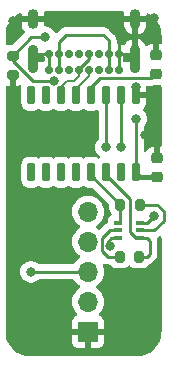
<source format=gbr>
%TF.GenerationSoftware,KiCad,Pcbnew,(6.0.1-0)*%
%TF.CreationDate,2022-02-08T22:41:06+01:00*%
%TF.ProjectId,muVox_programmer,6d75566f-785f-4707-926f-6772616d6d65,rev?*%
%TF.SameCoordinates,Original*%
%TF.FileFunction,Copper,L1,Top*%
%TF.FilePolarity,Positive*%
%FSLAX46Y46*%
G04 Gerber Fmt 4.6, Leading zero omitted, Abs format (unit mm)*
G04 Created by KiCad (PCBNEW (6.0.1-0)) date 2022-02-08 22:41:06*
%MOMM*%
%LPD*%
G01*
G04 APERTURE LIST*
G04 Aperture macros list*
%AMRoundRect*
0 Rectangle with rounded corners*
0 $1 Rounding radius*
0 $2 $3 $4 $5 $6 $7 $8 $9 X,Y pos of 4 corners*
0 Add a 4 corners polygon primitive as box body*
4,1,4,$2,$3,$4,$5,$6,$7,$8,$9,$2,$3,0*
0 Add four circle primitives for the rounded corners*
1,1,$1+$1,$2,$3*
1,1,$1+$1,$4,$5*
1,1,$1+$1,$6,$7*
1,1,$1+$1,$8,$9*
0 Add four rect primitives between the rounded corners*
20,1,$1+$1,$2,$3,$4,$5,0*
20,1,$1+$1,$4,$5,$6,$7,0*
20,1,$1+$1,$6,$7,$8,$9,0*
20,1,$1+$1,$8,$9,$2,$3,0*%
G04 Aperture macros list end*
%TA.AperFunction,SMDPad,CuDef*%
%ADD10RoundRect,0.150000X-0.150000X0.650000X-0.150000X-0.650000X0.150000X-0.650000X0.150000X0.650000X0*%
%TD*%
%TA.AperFunction,ComponentPad*%
%ADD11C,0.700000*%
%TD*%
%TA.AperFunction,ComponentPad*%
%ADD12O,0.900000X2.400000*%
%TD*%
%TA.AperFunction,ComponentPad*%
%ADD13O,0.900000X1.700000*%
%TD*%
%TA.AperFunction,SMDPad,CuDef*%
%ADD14R,0.650000X0.400000*%
%TD*%
%TA.AperFunction,ComponentPad*%
%ADD15R,1.700000X1.700000*%
%TD*%
%TA.AperFunction,ComponentPad*%
%ADD16O,1.700000X1.700000*%
%TD*%
%TA.AperFunction,SMDPad,CuDef*%
%ADD17RoundRect,0.225000X0.250000X-0.225000X0.250000X0.225000X-0.250000X0.225000X-0.250000X-0.225000X0*%
%TD*%
%TA.AperFunction,SMDPad,CuDef*%
%ADD18RoundRect,0.200000X0.275000X-0.200000X0.275000X0.200000X-0.275000X0.200000X-0.275000X-0.200000X0*%
%TD*%
%TA.AperFunction,SMDPad,CuDef*%
%ADD19RoundRect,0.200000X0.200000X0.275000X-0.200000X0.275000X-0.200000X-0.275000X0.200000X-0.275000X0*%
%TD*%
%TA.AperFunction,SMDPad,CuDef*%
%ADD20RoundRect,0.200000X-0.200000X-0.275000X0.200000X-0.275000X0.200000X0.275000X-0.200000X0.275000X0*%
%TD*%
%TA.AperFunction,ViaPad*%
%ADD21C,0.800000*%
%TD*%
%TA.AperFunction,Conductor*%
%ADD22C,0.250000*%
%TD*%
%TA.AperFunction,Conductor*%
%ADD23C,0.400000*%
%TD*%
%TA.AperFunction,Conductor*%
%ADD24C,0.200000*%
%TD*%
G04 APERTURE END LIST*
D10*
%TO.P,U1,1,GND*%
%TO.N,GND*%
X142113000Y-58726000D03*
%TO.P,U1,2,TXD*%
%TO.N,TXD*%
X140843000Y-58726000D03*
%TO.P,U1,3,RXD*%
%TO.N,RXD*%
X139573000Y-58726000D03*
%TO.P,U1,4,V3*%
%TO.N,Net-(C1-Pad1)*%
X138303000Y-58726000D03*
%TO.P,U1,5,UD+*%
%TO.N,USB_D+*%
X137033000Y-58726000D03*
%TO.P,U1,6,UD-*%
%TO.N,USB_D-*%
X135763000Y-58726000D03*
%TO.P,U1,7,NC.*%
%TO.N,unconnected-(U1-Pad7)*%
X134493000Y-58726000D03*
%TO.P,U1,8,OUT#*%
%TO.N,unconnected-(U1-Pad8)*%
X133223000Y-58726000D03*
%TO.P,U1,9,CTS*%
%TO.N,unconnected-(U1-Pad9)*%
X133223000Y-65226000D03*
%TO.P,U1,10,DSR*%
%TO.N,unconnected-(U1-Pad10)*%
X134493000Y-65226000D03*
%TO.P,U1,11,RI*%
%TO.N,unconnected-(U1-Pad11)*%
X135763000Y-65226000D03*
%TO.P,U1,12,DCD*%
%TO.N,unconnected-(U1-Pad12)*%
X137033000Y-65226000D03*
%TO.P,U1,13,DTR*%
%TO.N,DTR*%
X138303000Y-65226000D03*
%TO.P,U1,14,RTS*%
%TO.N,RTS*%
X139573000Y-65226000D03*
%TO.P,U1,15,R232*%
%TO.N,unconnected-(U1-Pad15)*%
X140843000Y-65226000D03*
%TO.P,U1,16,VCC*%
%TO.N,USB_VBUS*%
X142113000Y-65226000D03*
%TD*%
D11*
%TO.P,J1,A1,GND*%
%TO.N,GND*%
X140677000Y-56603000D03*
%TO.P,J1,A4,VBUS*%
%TO.N,USB_VBUS*%
X139827000Y-56603000D03*
%TO.P,J1,A5,CC1*%
%TO.N,Net-(J1-PadA5)*%
X138977000Y-56603000D03*
%TO.P,J1,A6,D+*%
%TO.N,USB_D+*%
X138127000Y-56603000D03*
%TO.P,J1,A7,D-*%
%TO.N,USB_D-*%
X137277000Y-56603000D03*
%TO.P,J1,A8,SBU1*%
%TO.N,unconnected-(J1-PadA8)*%
X136427000Y-56603000D03*
%TO.P,J1,A9,VBUS*%
%TO.N,USB_VBUS*%
X135577000Y-56603000D03*
%TO.P,J1,A12,GND*%
%TO.N,GND*%
X134727000Y-56603000D03*
%TO.P,J1,B1,GND*%
X134727000Y-55253000D03*
%TO.P,J1,B4,VBUS*%
%TO.N,USB_VBUS*%
X135577000Y-55253000D03*
%TO.P,J1,B5,CC2*%
%TO.N,Net-(J1-PadA5)*%
X136427000Y-55253000D03*
%TO.P,J1,B6,D+*%
%TO.N,USB_D+*%
X137277000Y-55253000D03*
%TO.P,J1,B7,D-*%
%TO.N,USB_D-*%
X138127000Y-55253000D03*
%TO.P,J1,B8,SBU2*%
%TO.N,unconnected-(J1-PadB8)*%
X138977000Y-55253000D03*
%TO.P,J1,B9,VBUS*%
%TO.N,USB_VBUS*%
X139827000Y-55253000D03*
%TO.P,J1,B12,GND*%
%TO.N,GND*%
X140677000Y-55253000D03*
D12*
%TO.P,J1,S1,SHIELD*%
X142027000Y-55623000D03*
D13*
X142027000Y-52243000D03*
X133377000Y-52243000D03*
D12*
X133377000Y-55623000D03*
%TD*%
D14*
%TO.P,Q1,1,E1*%
%TO.N,RTS*%
X142492000Y-70804800D03*
%TO.P,Q1,2,B1*%
%TO.N,Net-(Q1-Pad2)*%
X142492000Y-70154800D03*
%TO.P,Q1,3,C2*%
%TO.N,GPIO0*%
X142492000Y-69504800D03*
%TO.P,Q1,4,E2*%
%TO.N,DTR*%
X140592000Y-69504800D03*
%TO.P,Q1,5,B2*%
%TO.N,Net-(Q1-Pad5)*%
X140592000Y-70154800D03*
%TO.P,Q1,6,C1*%
%TO.N,CHIP_PU*%
X140592000Y-70804800D03*
%TD*%
D15*
%TO.P,J2,1,Pin_1*%
%TO.N,GND*%
X138049000Y-78740000D03*
D16*
%TO.P,J2,2,Pin_2*%
%TO.N,CHIP_PU*%
X138049000Y-76200000D03*
%TO.P,J2,3,Pin_3*%
%TO.N,GPIO0*%
X138049000Y-73660000D03*
%TO.P,J2,4,Pin_4*%
%TO.N,RXD*%
X138049000Y-71120000D03*
%TO.P,J2,5,Pin_5*%
%TO.N,TXD*%
X138049000Y-68580000D03*
%TD*%
D17*
%TO.P,C2,1,1*%
%TO.N,USB_VBUS*%
X143865600Y-65595800D03*
%TO.P,C2,2,2*%
%TO.N,GND*%
X143865600Y-64045800D03*
%TD*%
D18*
%TO.P,R1,1*%
%TO.N,GND*%
X131673600Y-57009800D03*
%TO.P,R1,2*%
%TO.N,Net-(J1-PadA5)*%
X131673600Y-55359800D03*
%TD*%
D17*
%TO.P,C1,1,1*%
%TO.N,Net-(C1-Pad1)*%
X143764000Y-56896000D03*
%TO.P,C1,2,2*%
%TO.N,GND*%
X143764000Y-55346000D03*
%TD*%
D19*
%TO.P,R2,1*%
%TO.N,Net-(Q1-Pad2)*%
X142417800Y-67970400D03*
%TO.P,R2,2*%
%TO.N,DTR*%
X140767800Y-67970400D03*
%TD*%
D20*
%TO.P,R3,1*%
%TO.N,Net-(Q1-Pad5)*%
X140717000Y-72390000D03*
%TO.P,R3,2*%
%TO.N,RTS*%
X142367000Y-72390000D03*
%TD*%
D21*
%TO.N,GND*%
X142113000Y-58039000D03*
X142875000Y-62103000D03*
X133096000Y-62103000D03*
X136017000Y-62103000D03*
X137414000Y-62103000D03*
X143637000Y-52197000D03*
X131699000Y-52451000D03*
X134493000Y-62103000D03*
%TO.N,USB_VBUS*%
X142113000Y-60706000D03*
%TO.N,Net-(J1-PadA5)*%
X134416800Y-53797200D03*
X135159029Y-57479627D03*
%TO.N,TXD*%
X140843000Y-63119000D03*
%TO.N,RXD*%
X139573000Y-63119000D03*
%TO.N,GPIO0*%
X133223000Y-73660000D03*
X143624800Y-68935600D03*
%TO.N,CHIP_PU*%
X139948011Y-71501000D03*
%TD*%
D22*
%TO.N,GND*%
X134727000Y-55253000D02*
X133747000Y-55253000D01*
X140677000Y-55253000D02*
X141657000Y-55253000D01*
X141657000Y-55253000D02*
X142027000Y-55623000D01*
X140677000Y-56603000D02*
X140677000Y-55253000D01*
X133747000Y-55253000D02*
X133377000Y-55623000D01*
X140677000Y-55253000D02*
X140677000Y-53633000D01*
X134727000Y-56603000D02*
X134727000Y-55253000D01*
%TO.N,USB_VBUS*%
X135577000Y-54195000D02*
X136178000Y-53594000D01*
X135577000Y-55253000D02*
X135577000Y-54195000D01*
X139827000Y-55253000D02*
X139827000Y-56603000D01*
X142113000Y-60706000D02*
X142113000Y-65226000D01*
D23*
X142482800Y-65595800D02*
X142113000Y-65226000D01*
D22*
X135577000Y-55253000D02*
X135577000Y-56603000D01*
X139827000Y-54068000D02*
X139827000Y-55253000D01*
X139353000Y-53594000D02*
X139827000Y-54068000D01*
D23*
X143865600Y-65595800D02*
X142482800Y-65595800D01*
D22*
X136178000Y-53594000D02*
X139353000Y-53594000D01*
%TO.N,Net-(J1-PadA5)*%
X135159029Y-57479627D02*
X133360210Y-57479627D01*
X133236200Y-53797200D02*
X134416800Y-53797200D01*
X131673600Y-55793017D02*
X131673600Y-55359800D01*
X131673600Y-55359800D02*
X133236200Y-53797200D01*
X133360210Y-57479627D02*
X131673600Y-55793017D01*
D24*
%TO.N,USB_D+*%
X138127000Y-56603000D02*
X138127000Y-57097974D01*
X137033000Y-58166000D02*
X138127000Y-57072000D01*
X137033000Y-58726000D02*
X137033000Y-58166000D01*
X138127000Y-57072000D02*
X138127000Y-56603000D01*
%TO.N,USB_D-*%
X135763000Y-58726000D02*
X135763000Y-58039000D01*
D22*
X137277000Y-56603000D02*
X137277000Y-56813000D01*
D24*
X135763000Y-58039000D02*
X136271000Y-57531000D01*
X136843974Y-57531000D02*
X137277000Y-57097974D01*
X136271000Y-57531000D02*
X136843974Y-57531000D01*
D22*
X138127000Y-55253000D02*
X138127000Y-55649096D01*
D24*
X137277000Y-57097974D02*
X137277000Y-56603000D01*
D22*
X138127000Y-55649096D02*
X137277000Y-56499096D01*
X137277000Y-56499096D02*
X137277000Y-56603000D01*
%TO.N,TXD*%
X140843000Y-58726000D02*
X140843000Y-63119000D01*
%TO.N,RXD*%
X139573000Y-58726000D02*
X139573000Y-63119000D01*
%TO.N,GPIO0*%
X142492000Y-69504800D02*
X143055600Y-69504800D01*
X143055600Y-69504800D02*
X143624800Y-68935600D01*
X138049000Y-73660000D02*
X133223000Y-73660000D01*
%TO.N,CHIP_PU*%
X140592000Y-70804800D02*
X140015200Y-70804800D01*
X139700000Y-71252989D02*
X139948011Y-71501000D01*
X139700000Y-71120000D02*
X139700000Y-71252989D01*
X140015200Y-70804800D02*
X139700000Y-71120000D01*
%TO.N,RTS*%
X143269200Y-72186800D02*
X143066000Y-72390000D01*
X139573000Y-65226000D02*
X139573000Y-65709800D01*
X143055600Y-70804800D02*
X143269200Y-71018400D01*
X143066000Y-72390000D02*
X142367000Y-72390000D01*
X141643600Y-70307200D02*
X142141200Y-70804800D01*
X139573000Y-65427072D02*
X141643600Y-67497672D01*
X142141200Y-70804800D02*
X142492000Y-70804800D01*
X143269200Y-71018400D02*
X143269200Y-72186800D01*
X142492000Y-70804800D02*
X143055600Y-70804800D01*
X141643600Y-67497672D02*
X141643600Y-70307200D01*
X139573000Y-65226000D02*
X139573000Y-65427072D01*
%TO.N,Net-(Q1-Pad2)*%
X142492000Y-70154800D02*
X143675600Y-70154800D01*
X144488400Y-69342000D02*
X144488400Y-68529200D01*
X143929600Y-67970400D02*
X142417800Y-67970400D01*
X143675600Y-70154800D02*
X144488400Y-69342000D01*
X144488400Y-68529200D02*
X143929600Y-67970400D01*
%TO.N,DTR*%
X138303000Y-65226000D02*
X138303000Y-65505600D01*
X138303000Y-65505600D02*
X140767800Y-67970400D01*
X140767800Y-69329000D02*
X140592000Y-69504800D01*
X138303000Y-65226000D02*
X138303000Y-65772800D01*
X140767800Y-67970400D02*
X140767800Y-69329000D01*
%TO.N,Net-(Q1-Pad5)*%
X139700000Y-72390000D02*
X140717000Y-72390000D01*
X140592000Y-70154800D02*
X139903200Y-70154800D01*
X139223511Y-71913511D02*
X139700000Y-72390000D01*
X139223511Y-70834489D02*
X139223511Y-71913511D01*
X139903200Y-70154800D02*
X139223511Y-70834489D01*
%TO.N,Net-(C1-Pad1)*%
X138303000Y-58039000D02*
X139064489Y-57277511D01*
X139064489Y-57277511D02*
X143382489Y-57277511D01*
X143382489Y-57277511D02*
X143764000Y-56896000D01*
X138303000Y-58726000D02*
X138303000Y-58039000D01*
%TD*%
%TA.AperFunction,Conductor*%
%TO.N,GND*%
G36*
X131756409Y-56775802D02*
G01*
X131777384Y-56792705D01*
X131890696Y-56906018D01*
X131924721Y-56968330D01*
X131927600Y-56995113D01*
X131927600Y-57899684D01*
X131932075Y-57914923D01*
X131933465Y-57916128D01*
X131941148Y-57917799D01*
X132002305Y-57917799D01*
X132008054Y-57917536D01*
X132071915Y-57911668D01*
X132084951Y-57909057D01*
X132234840Y-57862086D01*
X132238972Y-57860220D01*
X132309289Y-57850419D01*
X132373743Y-57880190D01*
X132411869Y-57940080D01*
X132416432Y-57984947D01*
X132414694Y-58007024D01*
X132414693Y-58007042D01*
X132414500Y-58009498D01*
X132414500Y-59442502D01*
X132414693Y-59444950D01*
X132414693Y-59444958D01*
X132416927Y-59473333D01*
X132417438Y-59479831D01*
X132419233Y-59486008D01*
X132461586Y-59631790D01*
X132463855Y-59639601D01*
X132467892Y-59646427D01*
X132544509Y-59775980D01*
X132544511Y-59775983D01*
X132548547Y-59782807D01*
X132666193Y-59900453D01*
X132673017Y-59904489D01*
X132673020Y-59904491D01*
X132747116Y-59948311D01*
X132809399Y-59985145D01*
X132817010Y-59987356D01*
X132817012Y-59987357D01*
X132869231Y-60002528D01*
X132969169Y-60031562D01*
X132975574Y-60032066D01*
X132975579Y-60032067D01*
X133004042Y-60034307D01*
X133004050Y-60034307D01*
X133006498Y-60034500D01*
X133439502Y-60034500D01*
X133441950Y-60034307D01*
X133441958Y-60034307D01*
X133470421Y-60032067D01*
X133470426Y-60032066D01*
X133476831Y-60031562D01*
X133576769Y-60002528D01*
X133628988Y-59987357D01*
X133628990Y-59987356D01*
X133636601Y-59985145D01*
X133779807Y-59900453D01*
X133782489Y-59897771D01*
X133846861Y-59872498D01*
X133916484Y-59886400D01*
X133932312Y-59896572D01*
X133936193Y-59900453D01*
X134079399Y-59985145D01*
X134087010Y-59987356D01*
X134087012Y-59987357D01*
X134139231Y-60002528D01*
X134239169Y-60031562D01*
X134245574Y-60032066D01*
X134245579Y-60032067D01*
X134274042Y-60034307D01*
X134274050Y-60034307D01*
X134276498Y-60034500D01*
X134709502Y-60034500D01*
X134711950Y-60034307D01*
X134711958Y-60034307D01*
X134740421Y-60032067D01*
X134740426Y-60032066D01*
X134746831Y-60031562D01*
X134846769Y-60002528D01*
X134898988Y-59987357D01*
X134898990Y-59987356D01*
X134906601Y-59985145D01*
X135049807Y-59900453D01*
X135052489Y-59897771D01*
X135116861Y-59872498D01*
X135186484Y-59886400D01*
X135202312Y-59896572D01*
X135206193Y-59900453D01*
X135349399Y-59985145D01*
X135357010Y-59987356D01*
X135357012Y-59987357D01*
X135409231Y-60002528D01*
X135509169Y-60031562D01*
X135515574Y-60032066D01*
X135515579Y-60032067D01*
X135544042Y-60034307D01*
X135544050Y-60034307D01*
X135546498Y-60034500D01*
X135979502Y-60034500D01*
X135981950Y-60034307D01*
X135981958Y-60034307D01*
X136010421Y-60032067D01*
X136010426Y-60032066D01*
X136016831Y-60031562D01*
X136116769Y-60002528D01*
X136168988Y-59987357D01*
X136168990Y-59987356D01*
X136176601Y-59985145D01*
X136319807Y-59900453D01*
X136322489Y-59897771D01*
X136386861Y-59872498D01*
X136456484Y-59886400D01*
X136472312Y-59896572D01*
X136476193Y-59900453D01*
X136619399Y-59985145D01*
X136627010Y-59987356D01*
X136627012Y-59987357D01*
X136679231Y-60002528D01*
X136779169Y-60031562D01*
X136785574Y-60032066D01*
X136785579Y-60032067D01*
X136814042Y-60034307D01*
X136814050Y-60034307D01*
X136816498Y-60034500D01*
X137249502Y-60034500D01*
X137251950Y-60034307D01*
X137251958Y-60034307D01*
X137280421Y-60032067D01*
X137280426Y-60032066D01*
X137286831Y-60031562D01*
X137386769Y-60002528D01*
X137438988Y-59987357D01*
X137438990Y-59987356D01*
X137446601Y-59985145D01*
X137589807Y-59900453D01*
X137592489Y-59897771D01*
X137656861Y-59872498D01*
X137726484Y-59886400D01*
X137742312Y-59896572D01*
X137746193Y-59900453D01*
X137889399Y-59985145D01*
X137897010Y-59987356D01*
X137897012Y-59987357D01*
X137949231Y-60002528D01*
X138049169Y-60031562D01*
X138055574Y-60032066D01*
X138055579Y-60032067D01*
X138084042Y-60034307D01*
X138084050Y-60034307D01*
X138086498Y-60034500D01*
X138519502Y-60034500D01*
X138521950Y-60034307D01*
X138521958Y-60034307D01*
X138550421Y-60032067D01*
X138550426Y-60032066D01*
X138556831Y-60031562D01*
X138656769Y-60002528D01*
X138708988Y-59987357D01*
X138708990Y-59987356D01*
X138716601Y-59985145D01*
X138749363Y-59965769D01*
X138818178Y-59948311D01*
X138885509Y-59970828D01*
X138929978Y-60026173D01*
X138939500Y-60074224D01*
X138939500Y-62416476D01*
X138919498Y-62484597D01*
X138907142Y-62500779D01*
X138833960Y-62582056D01*
X138738473Y-62747444D01*
X138679458Y-62929072D01*
X138659496Y-63119000D01*
X138679458Y-63308928D01*
X138738473Y-63490556D01*
X138833960Y-63655944D01*
X138961747Y-63797866D01*
X138979223Y-63810563D01*
X139023802Y-63842952D01*
X139067156Y-63899175D01*
X139073231Y-63969911D01*
X139040099Y-64032703D01*
X139026966Y-64044449D01*
X139023021Y-64047509D01*
X139016193Y-64051547D01*
X139013511Y-64054229D01*
X138949139Y-64079502D01*
X138879517Y-64065600D01*
X138863688Y-64055428D01*
X138859807Y-64051547D01*
X138716601Y-63966855D01*
X138708990Y-63964644D01*
X138708988Y-63964643D01*
X138656769Y-63949472D01*
X138556831Y-63920438D01*
X138550426Y-63919934D01*
X138550421Y-63919933D01*
X138521958Y-63917693D01*
X138521950Y-63917693D01*
X138519502Y-63917500D01*
X138086498Y-63917500D01*
X138084050Y-63917693D01*
X138084042Y-63917693D01*
X138055579Y-63919933D01*
X138055574Y-63919934D01*
X138049169Y-63920438D01*
X137949231Y-63949472D01*
X137897012Y-63964643D01*
X137897010Y-63964644D01*
X137889399Y-63966855D01*
X137746193Y-64051547D01*
X137743511Y-64054229D01*
X137679139Y-64079502D01*
X137609516Y-64065600D01*
X137593688Y-64055428D01*
X137589807Y-64051547D01*
X137446601Y-63966855D01*
X137438990Y-63964644D01*
X137438988Y-63964643D01*
X137386769Y-63949472D01*
X137286831Y-63920438D01*
X137280426Y-63919934D01*
X137280421Y-63919933D01*
X137251958Y-63917693D01*
X137251950Y-63917693D01*
X137249502Y-63917500D01*
X136816498Y-63917500D01*
X136814050Y-63917693D01*
X136814042Y-63917693D01*
X136785579Y-63919933D01*
X136785574Y-63919934D01*
X136779169Y-63920438D01*
X136679231Y-63949472D01*
X136627012Y-63964643D01*
X136627010Y-63964644D01*
X136619399Y-63966855D01*
X136476193Y-64051547D01*
X136473511Y-64054229D01*
X136409139Y-64079502D01*
X136339516Y-64065600D01*
X136323688Y-64055428D01*
X136319807Y-64051547D01*
X136176601Y-63966855D01*
X136168990Y-63964644D01*
X136168988Y-63964643D01*
X136116769Y-63949472D01*
X136016831Y-63920438D01*
X136010426Y-63919934D01*
X136010421Y-63919933D01*
X135981958Y-63917693D01*
X135981950Y-63917693D01*
X135979502Y-63917500D01*
X135546498Y-63917500D01*
X135544050Y-63917693D01*
X135544042Y-63917693D01*
X135515579Y-63919933D01*
X135515574Y-63919934D01*
X135509169Y-63920438D01*
X135409231Y-63949472D01*
X135357012Y-63964643D01*
X135357010Y-63964644D01*
X135349399Y-63966855D01*
X135206193Y-64051547D01*
X135203511Y-64054229D01*
X135139139Y-64079502D01*
X135069516Y-64065600D01*
X135053688Y-64055428D01*
X135049807Y-64051547D01*
X134906601Y-63966855D01*
X134898990Y-63964644D01*
X134898988Y-63964643D01*
X134846769Y-63949472D01*
X134746831Y-63920438D01*
X134740426Y-63919934D01*
X134740421Y-63919933D01*
X134711958Y-63917693D01*
X134711950Y-63917693D01*
X134709502Y-63917500D01*
X134276498Y-63917500D01*
X134274050Y-63917693D01*
X134274042Y-63917693D01*
X134245579Y-63919933D01*
X134245574Y-63919934D01*
X134239169Y-63920438D01*
X134139231Y-63949472D01*
X134087012Y-63964643D01*
X134087010Y-63964644D01*
X134079399Y-63966855D01*
X133936193Y-64051547D01*
X133933511Y-64054229D01*
X133869139Y-64079502D01*
X133799516Y-64065600D01*
X133783688Y-64055428D01*
X133779807Y-64051547D01*
X133636601Y-63966855D01*
X133628990Y-63964644D01*
X133628988Y-63964643D01*
X133576769Y-63949472D01*
X133476831Y-63920438D01*
X133470426Y-63919934D01*
X133470421Y-63919933D01*
X133441958Y-63917693D01*
X133441950Y-63917693D01*
X133439502Y-63917500D01*
X133006498Y-63917500D01*
X133004050Y-63917693D01*
X133004042Y-63917693D01*
X132975579Y-63919933D01*
X132975574Y-63919934D01*
X132969169Y-63920438D01*
X132869231Y-63949472D01*
X132817012Y-63964643D01*
X132817010Y-63964644D01*
X132809399Y-63966855D01*
X132802572Y-63970892D01*
X132802573Y-63970892D01*
X132673020Y-64047509D01*
X132673017Y-64047511D01*
X132666193Y-64051547D01*
X132548547Y-64169193D01*
X132544511Y-64176017D01*
X132544509Y-64176020D01*
X132483135Y-64279798D01*
X132463855Y-64312399D01*
X132417438Y-64472169D01*
X132414500Y-64509498D01*
X132414500Y-65942502D01*
X132417438Y-65979831D01*
X132463855Y-66139601D01*
X132467892Y-66146427D01*
X132544509Y-66275980D01*
X132544511Y-66275983D01*
X132548547Y-66282807D01*
X132666193Y-66400453D01*
X132673017Y-66404489D01*
X132673020Y-66404491D01*
X132780589Y-66468107D01*
X132809399Y-66485145D01*
X132817010Y-66487356D01*
X132817012Y-66487357D01*
X132869231Y-66502528D01*
X132969169Y-66531562D01*
X132975574Y-66532066D01*
X132975579Y-66532067D01*
X133004042Y-66534307D01*
X133004050Y-66534307D01*
X133006498Y-66534500D01*
X133439502Y-66534500D01*
X133441950Y-66534307D01*
X133441958Y-66534307D01*
X133470421Y-66532067D01*
X133470426Y-66532066D01*
X133476831Y-66531562D01*
X133576769Y-66502528D01*
X133628988Y-66487357D01*
X133628990Y-66487356D01*
X133636601Y-66485145D01*
X133779807Y-66400453D01*
X133782489Y-66397771D01*
X133846861Y-66372498D01*
X133916484Y-66386400D01*
X133932312Y-66396572D01*
X133936193Y-66400453D01*
X134079399Y-66485145D01*
X134087010Y-66487356D01*
X134087012Y-66487357D01*
X134139231Y-66502528D01*
X134239169Y-66531562D01*
X134245574Y-66532066D01*
X134245579Y-66532067D01*
X134274042Y-66534307D01*
X134274050Y-66534307D01*
X134276498Y-66534500D01*
X134709502Y-66534500D01*
X134711950Y-66534307D01*
X134711958Y-66534307D01*
X134740421Y-66532067D01*
X134740426Y-66532066D01*
X134746831Y-66531562D01*
X134846769Y-66502528D01*
X134898988Y-66487357D01*
X134898990Y-66487356D01*
X134906601Y-66485145D01*
X135049807Y-66400453D01*
X135052489Y-66397771D01*
X135116861Y-66372498D01*
X135186484Y-66386400D01*
X135202312Y-66396572D01*
X135206193Y-66400453D01*
X135349399Y-66485145D01*
X135357010Y-66487356D01*
X135357012Y-66487357D01*
X135409231Y-66502528D01*
X135509169Y-66531562D01*
X135515574Y-66532066D01*
X135515579Y-66532067D01*
X135544042Y-66534307D01*
X135544050Y-66534307D01*
X135546498Y-66534500D01*
X135979502Y-66534500D01*
X135981950Y-66534307D01*
X135981958Y-66534307D01*
X136010421Y-66532067D01*
X136010426Y-66532066D01*
X136016831Y-66531562D01*
X136116769Y-66502528D01*
X136168988Y-66487357D01*
X136168990Y-66487356D01*
X136176601Y-66485145D01*
X136319807Y-66400453D01*
X136322489Y-66397771D01*
X136386861Y-66372498D01*
X136456484Y-66386400D01*
X136472312Y-66396572D01*
X136476193Y-66400453D01*
X136619399Y-66485145D01*
X136627010Y-66487356D01*
X136627012Y-66487357D01*
X136679231Y-66502528D01*
X136779169Y-66531562D01*
X136785574Y-66532066D01*
X136785579Y-66532067D01*
X136814042Y-66534307D01*
X136814050Y-66534307D01*
X136816498Y-66534500D01*
X137249502Y-66534500D01*
X137251950Y-66534307D01*
X137251958Y-66534307D01*
X137280421Y-66532067D01*
X137280426Y-66532066D01*
X137286831Y-66531562D01*
X137386769Y-66502528D01*
X137438988Y-66487357D01*
X137438990Y-66487356D01*
X137446601Y-66485145D01*
X137589807Y-66400453D01*
X137592489Y-66397771D01*
X137656861Y-66372498D01*
X137726484Y-66386400D01*
X137742312Y-66396572D01*
X137746193Y-66400453D01*
X137889399Y-66485145D01*
X137897010Y-66487356D01*
X137897012Y-66487357D01*
X137949231Y-66502528D01*
X138049169Y-66531562D01*
X138055574Y-66532066D01*
X138055579Y-66532067D01*
X138084042Y-66534307D01*
X138084050Y-66534307D01*
X138086498Y-66534500D01*
X138383806Y-66534500D01*
X138451927Y-66554502D01*
X138472901Y-66571405D01*
X139822395Y-67920899D01*
X139856421Y-67983211D01*
X139859300Y-68009994D01*
X139859301Y-68284014D01*
X139859301Y-68302034D01*
X139859564Y-68304892D01*
X139859564Y-68304901D01*
X139861371Y-68324570D01*
X139866047Y-68375462D01*
X139917328Y-68539099D01*
X140006161Y-68685781D01*
X140011537Y-68691157D01*
X140015831Y-68696633D01*
X140042125Y-68762581D01*
X140028591Y-68832276D01*
X139992244Y-68875208D01*
X139903739Y-68941539D01*
X139816385Y-69058095D01*
X139765255Y-69194484D01*
X139758500Y-69256666D01*
X139758500Y-69442542D01*
X139738498Y-69510663D01*
X139684842Y-69557156D01*
X139667657Y-69563538D01*
X139649606Y-69568782D01*
X139642787Y-69572815D01*
X139642782Y-69572817D01*
X139632171Y-69579093D01*
X139614421Y-69587790D01*
X139595583Y-69595248D01*
X139589167Y-69599909D01*
X139589166Y-69599910D01*
X139559825Y-69621228D01*
X139549901Y-69627747D01*
X139518660Y-69646222D01*
X139518655Y-69646226D01*
X139511837Y-69650258D01*
X139497513Y-69664582D01*
X139482481Y-69677421D01*
X139466093Y-69689328D01*
X139437912Y-69723393D01*
X139429922Y-69732173D01*
X139091645Y-70070450D01*
X139029333Y-70104476D01*
X138958518Y-70099411D01*
X138924462Y-70080240D01*
X138803359Y-69984598D01*
X138762053Y-69961796D01*
X138712084Y-69911364D01*
X138697312Y-69841921D01*
X138722428Y-69775516D01*
X138749780Y-69748909D01*
X138793603Y-69717650D01*
X138928860Y-69621173D01*
X138950198Y-69599910D01*
X139083435Y-69467137D01*
X139087096Y-69463489D01*
X139146594Y-69380689D01*
X139214435Y-69286277D01*
X139217453Y-69282077D01*
X139316430Y-69081811D01*
X139381370Y-68868069D01*
X139410529Y-68646590D01*
X139412156Y-68580000D01*
X139393852Y-68357361D01*
X139339431Y-68140702D01*
X139250354Y-67935840D01*
X139129014Y-67748277D01*
X138978670Y-67583051D01*
X138974619Y-67579852D01*
X138974615Y-67579848D01*
X138807414Y-67447800D01*
X138807410Y-67447798D01*
X138803359Y-67444598D01*
X138784616Y-67434251D01*
X138724140Y-67400867D01*
X138607789Y-67336638D01*
X138602920Y-67334914D01*
X138602916Y-67334912D01*
X138402087Y-67263795D01*
X138402083Y-67263794D01*
X138397212Y-67262069D01*
X138392119Y-67261162D01*
X138392116Y-67261161D01*
X138182373Y-67223800D01*
X138182367Y-67223799D01*
X138177284Y-67222894D01*
X138103452Y-67221992D01*
X137959081Y-67220228D01*
X137959079Y-67220228D01*
X137953911Y-67220165D01*
X137733091Y-67253955D01*
X137520756Y-67323357D01*
X137322607Y-67426507D01*
X137318474Y-67429610D01*
X137318471Y-67429612D01*
X137294247Y-67447800D01*
X137143965Y-67560635D01*
X136989629Y-67722138D01*
X136863743Y-67906680D01*
X136769688Y-68109305D01*
X136709989Y-68324570D01*
X136686251Y-68546695D01*
X136686548Y-68551848D01*
X136686548Y-68551851D01*
X136692011Y-68646590D01*
X136699110Y-68769715D01*
X136700247Y-68774761D01*
X136700248Y-68774767D01*
X136713209Y-68832276D01*
X136748222Y-68987639D01*
X136832266Y-69194616D01*
X136948987Y-69385088D01*
X137095250Y-69553938D01*
X137267126Y-69696632D01*
X137312922Y-69723393D01*
X137340445Y-69739476D01*
X137389169Y-69791114D01*
X137402240Y-69860897D01*
X137375509Y-69926669D01*
X137335055Y-69960027D01*
X137322607Y-69966507D01*
X137318474Y-69969610D01*
X137318471Y-69969612D01*
X137148100Y-70097530D01*
X137143965Y-70100635D01*
X136989629Y-70262138D01*
X136863743Y-70446680D01*
X136861564Y-70451375D01*
X136783165Y-70620272D01*
X136769688Y-70649305D01*
X136709989Y-70864570D01*
X136686251Y-71086695D01*
X136686548Y-71091848D01*
X136686548Y-71091851D01*
X136697593Y-71283412D01*
X136699110Y-71309715D01*
X136700247Y-71314761D01*
X136700248Y-71314767D01*
X136705594Y-71338486D01*
X136748222Y-71527639D01*
X136832266Y-71734616D01*
X136948987Y-71925088D01*
X137095250Y-72093938D01*
X137267126Y-72236632D01*
X137305235Y-72258901D01*
X137340445Y-72279476D01*
X137389169Y-72331114D01*
X137402240Y-72400897D01*
X137375509Y-72466669D01*
X137335055Y-72500027D01*
X137322607Y-72506507D01*
X137318474Y-72509610D01*
X137318471Y-72509612D01*
X137189335Y-72606570D01*
X137143965Y-72640635D01*
X137140393Y-72644373D01*
X137002667Y-72788495D01*
X136989629Y-72802138D01*
X136986715Y-72806410D01*
X136986714Y-72806411D01*
X136874095Y-72971504D01*
X136819184Y-73016507D01*
X136770007Y-73026500D01*
X133931200Y-73026500D01*
X133863079Y-73006498D01*
X133843853Y-72990157D01*
X133843580Y-72990460D01*
X133838668Y-72986037D01*
X133834253Y-72981134D01*
X133784368Y-72944890D01*
X133685094Y-72872763D01*
X133685093Y-72872762D01*
X133679752Y-72868882D01*
X133673724Y-72866198D01*
X133673722Y-72866197D01*
X133511319Y-72793891D01*
X133511318Y-72793891D01*
X133505288Y-72791206D01*
X133411887Y-72771353D01*
X133324944Y-72752872D01*
X133324939Y-72752872D01*
X133318487Y-72751500D01*
X133127513Y-72751500D01*
X133121061Y-72752872D01*
X133121056Y-72752872D01*
X133034113Y-72771353D01*
X132940712Y-72791206D01*
X132934682Y-72793891D01*
X132934681Y-72793891D01*
X132772278Y-72866197D01*
X132772276Y-72866198D01*
X132766248Y-72868882D01*
X132611747Y-72981134D01*
X132607326Y-72986044D01*
X132607325Y-72986045D01*
X132499875Y-73105381D01*
X132483960Y-73123056D01*
X132388473Y-73288444D01*
X132329458Y-73470072D01*
X132309496Y-73660000D01*
X132310186Y-73666565D01*
X132316844Y-73729908D01*
X132329458Y-73849928D01*
X132388473Y-74031556D01*
X132483960Y-74196944D01*
X132611747Y-74338866D01*
X132766248Y-74451118D01*
X132772276Y-74453802D01*
X132772278Y-74453803D01*
X132797625Y-74465088D01*
X132940712Y-74528794D01*
X133027009Y-74547137D01*
X133121056Y-74567128D01*
X133121061Y-74567128D01*
X133127513Y-74568500D01*
X133318487Y-74568500D01*
X133324939Y-74567128D01*
X133324944Y-74567128D01*
X133418991Y-74547137D01*
X133505288Y-74528794D01*
X133648375Y-74465088D01*
X133673722Y-74453803D01*
X133673724Y-74453802D01*
X133679752Y-74451118D01*
X133834253Y-74338866D01*
X133838668Y-74333963D01*
X133843580Y-74329540D01*
X133844705Y-74330789D01*
X133898014Y-74297949D01*
X133931200Y-74293500D01*
X136773274Y-74293500D01*
X136841395Y-74313502D01*
X136880707Y-74353665D01*
X136948987Y-74465088D01*
X137095250Y-74633938D01*
X137267126Y-74776632D01*
X137337595Y-74817811D01*
X137340445Y-74819476D01*
X137389169Y-74871114D01*
X137402240Y-74940897D01*
X137375509Y-75006669D01*
X137335055Y-75040027D01*
X137322607Y-75046507D01*
X137318474Y-75049610D01*
X137318471Y-75049612D01*
X137294247Y-75067800D01*
X137143965Y-75180635D01*
X136989629Y-75342138D01*
X136863743Y-75526680D01*
X136769688Y-75729305D01*
X136709989Y-75944570D01*
X136686251Y-76166695D01*
X136686548Y-76171848D01*
X136686548Y-76171851D01*
X136692011Y-76266590D01*
X136699110Y-76389715D01*
X136700247Y-76394761D01*
X136700248Y-76394767D01*
X136720119Y-76482939D01*
X136748222Y-76607639D01*
X136832266Y-76814616D01*
X136948987Y-77005088D01*
X137095250Y-77173938D01*
X137099225Y-77177238D01*
X137099231Y-77177244D01*
X137104425Y-77181556D01*
X137144059Y-77240460D01*
X137145555Y-77311441D01*
X137108439Y-77371962D01*
X137068168Y-77396480D01*
X136960946Y-77436676D01*
X136945351Y-77445214D01*
X136843276Y-77521715D01*
X136830715Y-77534276D01*
X136754214Y-77636351D01*
X136745676Y-77651946D01*
X136700522Y-77772394D01*
X136696895Y-77787649D01*
X136691369Y-77838514D01*
X136691000Y-77845328D01*
X136691000Y-78467885D01*
X136695475Y-78483124D01*
X136696865Y-78484329D01*
X136704548Y-78486000D01*
X139388884Y-78486000D01*
X139404123Y-78481525D01*
X139405328Y-78480135D01*
X139406999Y-78472452D01*
X139406999Y-77845331D01*
X139406629Y-77838510D01*
X139401105Y-77787648D01*
X139397479Y-77772396D01*
X139352324Y-77651946D01*
X139343786Y-77636351D01*
X139267285Y-77534276D01*
X139254724Y-77521715D01*
X139152649Y-77445214D01*
X139137054Y-77436676D01*
X139026813Y-77395348D01*
X138970049Y-77352706D01*
X138945349Y-77286145D01*
X138960557Y-77216796D01*
X138982104Y-77188115D01*
X139083430Y-77087144D01*
X139083440Y-77087132D01*
X139087096Y-77083489D01*
X139146594Y-77000689D01*
X139214435Y-76906277D01*
X139217453Y-76902077D01*
X139316430Y-76701811D01*
X139381370Y-76488069D01*
X139410529Y-76266590D01*
X139412156Y-76200000D01*
X139393852Y-75977361D01*
X139339431Y-75760702D01*
X139250354Y-75555840D01*
X139129014Y-75368277D01*
X138978670Y-75203051D01*
X138974619Y-75199852D01*
X138974615Y-75199848D01*
X138807414Y-75067800D01*
X138807410Y-75067798D01*
X138803359Y-75064598D01*
X138762053Y-75041796D01*
X138712084Y-74991364D01*
X138697312Y-74921921D01*
X138722428Y-74855516D01*
X138749780Y-74828909D01*
X138793603Y-74797650D01*
X138928860Y-74701173D01*
X139087096Y-74543489D01*
X139096670Y-74530166D01*
X139214435Y-74366277D01*
X139217453Y-74362077D01*
X139221611Y-74353665D01*
X139314136Y-74166453D01*
X139314137Y-74166451D01*
X139316430Y-74161811D01*
X139381370Y-73948069D01*
X139410529Y-73726590D01*
X139412156Y-73660000D01*
X139393852Y-73437361D01*
X139339431Y-73220702D01*
X139309881Y-73152742D01*
X139301060Y-73082297D01*
X139331726Y-73018265D01*
X139392143Y-72980977D01*
X139462323Y-72982256D01*
X139464940Y-72983695D01*
X139472612Y-72985665D01*
X139472615Y-72985666D01*
X139484558Y-72988732D01*
X139503266Y-72995137D01*
X139521855Y-73003181D01*
X139529683Y-73004421D01*
X139529690Y-73004423D01*
X139565524Y-73010099D01*
X139577144Y-73012505D01*
X139612289Y-73021528D01*
X139619970Y-73023500D01*
X139640224Y-73023500D01*
X139659934Y-73025051D01*
X139679943Y-73028220D01*
X139687835Y-73027474D01*
X139723961Y-73024059D01*
X139735819Y-73023500D01*
X139834775Y-73023500D01*
X139902896Y-73043502D01*
X139942551Y-73084229D01*
X139955361Y-73105381D01*
X140076619Y-73226639D01*
X140223301Y-73315472D01*
X140230548Y-73317743D01*
X140230550Y-73317744D01*
X140296836Y-73338517D01*
X140386938Y-73366753D01*
X140460365Y-73373500D01*
X140463263Y-73373500D01*
X140717665Y-73373499D01*
X140973634Y-73373499D01*
X140976492Y-73373236D01*
X140976501Y-73373236D01*
X141012004Y-73369974D01*
X141047062Y-73366753D01*
X141053447Y-73364752D01*
X141203450Y-73317744D01*
X141203452Y-73317743D01*
X141210699Y-73315472D01*
X141357381Y-73226639D01*
X141452905Y-73131115D01*
X141515217Y-73097089D01*
X141586032Y-73102154D01*
X141631095Y-73131115D01*
X141726619Y-73226639D01*
X141873301Y-73315472D01*
X141880548Y-73317743D01*
X141880550Y-73317744D01*
X141946836Y-73338517D01*
X142036938Y-73366753D01*
X142110365Y-73373500D01*
X142113263Y-73373500D01*
X142367665Y-73373499D01*
X142623634Y-73373499D01*
X142626492Y-73373236D01*
X142626501Y-73373236D01*
X142662004Y-73369974D01*
X142697062Y-73366753D01*
X142703447Y-73364752D01*
X142853450Y-73317744D01*
X142853452Y-73317743D01*
X142860699Y-73315472D01*
X143007381Y-73226639D01*
X143128639Y-73105381D01*
X143132574Y-73098883D01*
X143132579Y-73098877D01*
X143154527Y-73062635D01*
X143206924Y-73014728D01*
X143223415Y-73008649D01*
X143224797Y-73008474D01*
X143232172Y-73005554D01*
X143265912Y-72992196D01*
X143277142Y-72988351D01*
X143311983Y-72978229D01*
X143311984Y-72978229D01*
X143319593Y-72976018D01*
X143326412Y-72971985D01*
X143326417Y-72971983D01*
X143337028Y-72965707D01*
X143354776Y-72957012D01*
X143373617Y-72949552D01*
X143409387Y-72923564D01*
X143419307Y-72917048D01*
X143450535Y-72898580D01*
X143450538Y-72898578D01*
X143457362Y-72894542D01*
X143471683Y-72880221D01*
X143486717Y-72867380D01*
X143496694Y-72860131D01*
X143503107Y-72855472D01*
X143531298Y-72821395D01*
X143539288Y-72812616D01*
X143661447Y-72690457D01*
X143669737Y-72682913D01*
X143676218Y-72678800D01*
X143722859Y-72629132D01*
X143725613Y-72626291D01*
X143745334Y-72606570D01*
X143747812Y-72603375D01*
X143755518Y-72594353D01*
X143780358Y-72567901D01*
X143785786Y-72562121D01*
X143795546Y-72544368D01*
X143806399Y-72527845D01*
X143813953Y-72518106D01*
X143818813Y-72511841D01*
X143836376Y-72471257D01*
X143841583Y-72460627D01*
X143862895Y-72421860D01*
X143864866Y-72414183D01*
X143864868Y-72414178D01*
X143867932Y-72402242D01*
X143874338Y-72383530D01*
X143879233Y-72372219D01*
X143882381Y-72364945D01*
X143883621Y-72357117D01*
X143883623Y-72357110D01*
X143889299Y-72321276D01*
X143891705Y-72309656D01*
X143900728Y-72274511D01*
X143900728Y-72274510D01*
X143902700Y-72266830D01*
X143902700Y-72246576D01*
X143904251Y-72226865D01*
X143906180Y-72214686D01*
X143907420Y-72206857D01*
X143903259Y-72162838D01*
X143902700Y-72150981D01*
X143902700Y-71097167D01*
X143903227Y-71085984D01*
X143904902Y-71078491D01*
X143902762Y-71010414D01*
X143902700Y-71006455D01*
X143902700Y-70978544D01*
X143902195Y-70974544D01*
X143901262Y-70962701D01*
X143900122Y-70926430D01*
X143899873Y-70918511D01*
X143894221Y-70899057D01*
X143890213Y-70879700D01*
X143887674Y-70859602D01*
X143889699Y-70859346D01*
X143891763Y-70799102D01*
X143932170Y-70740726D01*
X143964988Y-70721569D01*
X143983217Y-70714352D01*
X144018987Y-70688364D01*
X144028907Y-70681848D01*
X144060135Y-70663380D01*
X144060138Y-70663378D01*
X144066962Y-70659342D01*
X144070175Y-70656129D01*
X144134854Y-70630732D01*
X144204477Y-70644630D01*
X144255534Y-70693962D01*
X144272000Y-70756238D01*
X144272000Y-78690672D01*
X144270500Y-78710056D01*
X144266814Y-78733730D01*
X144268941Y-78749999D01*
X144269734Y-78774567D01*
X144255156Y-78996985D01*
X144253005Y-79013326D01*
X144204371Y-79257824D01*
X144200105Y-79273743D01*
X144119978Y-79509790D01*
X144113671Y-79525017D01*
X144003416Y-79748592D01*
X143995175Y-79762865D01*
X143856684Y-79970133D01*
X143846654Y-79983206D01*
X143745983Y-80098000D01*
X143682286Y-80170632D01*
X143670632Y-80182286D01*
X143483210Y-80346651D01*
X143470133Y-80356684D01*
X143262865Y-80495175D01*
X143248592Y-80503416D01*
X143025017Y-80613671D01*
X143009790Y-80619978D01*
X142773743Y-80700105D01*
X142757824Y-80704371D01*
X142513327Y-80753005D01*
X142496986Y-80755156D01*
X142281732Y-80769264D01*
X142258696Y-80768239D01*
X142255146Y-80768196D01*
X142246270Y-80766814D01*
X142217762Y-80770542D01*
X142214749Y-80770936D01*
X142198411Y-80772000D01*
X133145328Y-80772000D01*
X133125943Y-80770500D01*
X133111142Y-80768195D01*
X133111139Y-80768195D01*
X133102270Y-80766814D01*
X133086001Y-80768941D01*
X133061433Y-80769734D01*
X132839015Y-80755156D01*
X132822674Y-80753005D01*
X132578176Y-80704371D01*
X132562257Y-80700105D01*
X132326210Y-80619978D01*
X132310983Y-80613671D01*
X132087408Y-80503416D01*
X132073135Y-80495175D01*
X131865867Y-80356684D01*
X131852790Y-80346651D01*
X131665368Y-80182286D01*
X131653714Y-80170632D01*
X131590017Y-80098000D01*
X131489346Y-79983206D01*
X131479316Y-79970133D01*
X131340825Y-79762865D01*
X131332584Y-79748592D01*
X131276403Y-79634669D01*
X136691001Y-79634669D01*
X136691371Y-79641490D01*
X136696895Y-79692352D01*
X136700521Y-79707604D01*
X136745676Y-79828054D01*
X136754214Y-79843649D01*
X136830715Y-79945724D01*
X136843276Y-79958285D01*
X136945351Y-80034786D01*
X136960946Y-80043324D01*
X137081394Y-80088478D01*
X137096649Y-80092105D01*
X137147514Y-80097631D01*
X137154328Y-80098000D01*
X137776885Y-80098000D01*
X137792124Y-80093525D01*
X137793329Y-80092135D01*
X137795000Y-80084452D01*
X137795000Y-80079884D01*
X138303000Y-80079884D01*
X138307475Y-80095123D01*
X138308865Y-80096328D01*
X138316548Y-80097999D01*
X138943669Y-80097999D01*
X138950490Y-80097629D01*
X139001352Y-80092105D01*
X139016604Y-80088479D01*
X139137054Y-80043324D01*
X139152649Y-80034786D01*
X139254724Y-79958285D01*
X139267285Y-79945724D01*
X139343786Y-79843649D01*
X139352324Y-79828054D01*
X139397478Y-79707606D01*
X139401105Y-79692351D01*
X139406631Y-79641486D01*
X139407000Y-79634672D01*
X139407000Y-79012115D01*
X139402525Y-78996876D01*
X139401135Y-78995671D01*
X139393452Y-78994000D01*
X138321115Y-78994000D01*
X138305876Y-78998475D01*
X138304671Y-78999865D01*
X138303000Y-79007548D01*
X138303000Y-80079884D01*
X137795000Y-80079884D01*
X137795000Y-79012115D01*
X137790525Y-78996876D01*
X137789135Y-78995671D01*
X137781452Y-78994000D01*
X136709116Y-78994000D01*
X136693877Y-78998475D01*
X136692672Y-78999865D01*
X136691001Y-79007548D01*
X136691001Y-79634669D01*
X131276403Y-79634669D01*
X131222329Y-79525017D01*
X131216022Y-79509790D01*
X131135895Y-79273743D01*
X131131629Y-79257824D01*
X131082995Y-79013327D01*
X131080844Y-78996986D01*
X131066736Y-78781732D01*
X131067761Y-78758696D01*
X131067804Y-78755146D01*
X131069186Y-78746270D01*
X131065064Y-78714748D01*
X131064000Y-78698411D01*
X131064000Y-58018458D01*
X131084002Y-57950337D01*
X131137658Y-57903844D01*
X131207932Y-57893740D01*
X131227678Y-57898223D01*
X131262250Y-57909057D01*
X131275294Y-57911669D01*
X131339121Y-57917534D01*
X131344909Y-57917800D01*
X131401485Y-57917800D01*
X131416724Y-57913325D01*
X131417929Y-57911935D01*
X131419600Y-57904252D01*
X131419600Y-56881800D01*
X131439602Y-56813679D01*
X131493258Y-56767186D01*
X131545600Y-56755800D01*
X131688288Y-56755800D01*
X131756409Y-56775802D01*
G37*
%TD.AperFunction*%
%TA.AperFunction,Conductor*%
G36*
X144202818Y-57860075D02*
G01*
X144254600Y-57908646D01*
X144272000Y-57972537D01*
X144272000Y-62961800D01*
X144251998Y-63029921D01*
X144198342Y-63076414D01*
X144146000Y-63087800D01*
X144137715Y-63087800D01*
X144122476Y-63092275D01*
X144121271Y-63093665D01*
X144119600Y-63101348D01*
X144119600Y-64173800D01*
X144099598Y-64241921D01*
X144045942Y-64288414D01*
X143993600Y-64299800D01*
X143737600Y-64299800D01*
X143669479Y-64279798D01*
X143622986Y-64226142D01*
X143611600Y-64173800D01*
X143611600Y-63105915D01*
X143607125Y-63090676D01*
X143605735Y-63089471D01*
X143598052Y-63087800D01*
X143570162Y-63087800D01*
X143563647Y-63088137D01*
X143471543Y-63097694D01*
X143458144Y-63100588D01*
X143309493Y-63150181D01*
X143296314Y-63156355D01*
X143163427Y-63238588D01*
X143152026Y-63247624D01*
X143041614Y-63358229D01*
X143032602Y-63369640D01*
X142979760Y-63455366D01*
X142926988Y-63502859D01*
X142856916Y-63514283D01*
X142791792Y-63486009D01*
X142752293Y-63427015D01*
X142746500Y-63389250D01*
X142746500Y-61408524D01*
X142766502Y-61340403D01*
X142778858Y-61324221D01*
X142852040Y-61242944D01*
X142947527Y-61077556D01*
X143006542Y-60895928D01*
X143026504Y-60706000D01*
X143006542Y-60516072D01*
X142947527Y-60334444D01*
X142852040Y-60169056D01*
X142766653Y-60074224D01*
X142728678Y-60032048D01*
X142728676Y-60032046D01*
X142724253Y-60027134D01*
X142724601Y-60026821D01*
X142689515Y-59969872D01*
X142690865Y-59898888D01*
X142721969Y-59847584D01*
X142781449Y-59788104D01*
X142791089Y-59775678D01*
X142867648Y-59646221D01*
X142873893Y-59631790D01*
X142916269Y-59485935D01*
X142918570Y-59473333D01*
X142920807Y-59444916D01*
X142921000Y-59439986D01*
X142921000Y-58998115D01*
X142916525Y-58982876D01*
X142915135Y-58981671D01*
X142907452Y-58980000D01*
X141985000Y-58980000D01*
X141916879Y-58959998D01*
X141870386Y-58906342D01*
X141859000Y-58854000D01*
X141859000Y-58598000D01*
X141879002Y-58529879D01*
X141932658Y-58483386D01*
X141985000Y-58472000D01*
X142902884Y-58472000D01*
X142918123Y-58467525D01*
X142919328Y-58466135D01*
X142920999Y-58458452D01*
X142920999Y-58037011D01*
X142941001Y-57968890D01*
X142994657Y-57922397D01*
X143046999Y-57911011D01*
X143303722Y-57911011D01*
X143314905Y-57911538D01*
X143322398Y-57913213D01*
X143330324Y-57912964D01*
X143330325Y-57912964D01*
X143390475Y-57911073D01*
X143394434Y-57911011D01*
X143422345Y-57911011D01*
X143426280Y-57910514D01*
X143426345Y-57910506D01*
X143438182Y-57909573D01*
X143470440Y-57908559D01*
X143474459Y-57908433D01*
X143482378Y-57908184D01*
X143501832Y-57902532D01*
X143521189Y-57898524D01*
X143533419Y-57896979D01*
X143533420Y-57896979D01*
X143541286Y-57895985D01*
X143548657Y-57893066D01*
X143548659Y-57893066D01*
X143582401Y-57879707D01*
X143593631Y-57875862D01*
X143628468Y-57865741D01*
X143633956Y-57864147D01*
X143633959Y-57864146D01*
X143635507Y-57863696D01*
X143636081Y-57863529D01*
X143636130Y-57863696D01*
X143680538Y-57854500D01*
X144062732Y-57854500D01*
X144065976Y-57854163D01*
X144065984Y-57854163D01*
X144132997Y-57847210D01*
X144202818Y-57860075D01*
G37*
%TD.AperFunction*%
%TA.AperFunction,Conductor*%
G36*
X134317121Y-55389002D02*
G01*
X134363614Y-55442658D01*
X134375000Y-55495000D01*
X134375000Y-55751000D01*
X134354998Y-55819121D01*
X134301342Y-55865614D01*
X134249000Y-55877000D01*
X133249000Y-55877000D01*
X133180879Y-55856998D01*
X133134386Y-55803342D01*
X133123000Y-55751000D01*
X133123000Y-55495000D01*
X133143002Y-55426879D01*
X133196658Y-55380386D01*
X133249000Y-55369000D01*
X134249000Y-55369000D01*
X134317121Y-55389002D01*
G37*
%TD.AperFunction*%
%TA.AperFunction,Conductor*%
G36*
X141020088Y-51582002D02*
G01*
X141066581Y-51635658D01*
X141076685Y-51705932D01*
X141075305Y-51713765D01*
X141070324Y-51737607D01*
X141069085Y-51747152D01*
X141069000Y-51750384D01*
X141069000Y-51970885D01*
X141073475Y-51986124D01*
X141074865Y-51987329D01*
X141082548Y-51989000D01*
X142966885Y-51989000D01*
X142982124Y-51984525D01*
X142983329Y-51983135D01*
X142985000Y-51975452D01*
X142985000Y-51903219D01*
X143005002Y-51835098D01*
X143058658Y-51788605D01*
X143128932Y-51778501D01*
X143166727Y-51790212D01*
X143248596Y-51830586D01*
X143262865Y-51838825D01*
X143470133Y-51977316D01*
X143483206Y-51987346D01*
X143575071Y-52067909D01*
X143670632Y-52151714D01*
X143682286Y-52163368D01*
X143846651Y-52350790D01*
X143856684Y-52363867D01*
X143995175Y-52571135D01*
X144003416Y-52585408D01*
X144113671Y-52808983D01*
X144119978Y-52824210D01*
X144200105Y-53060257D01*
X144204371Y-53076176D01*
X144253005Y-53320673D01*
X144255156Y-53337014D01*
X144269264Y-53552268D01*
X144268239Y-53575304D01*
X144268196Y-53578854D01*
X144266814Y-53587730D01*
X144269274Y-53606539D01*
X144270936Y-53619251D01*
X144272000Y-53635589D01*
X144272000Y-54269874D01*
X144251998Y-54337995D01*
X144198342Y-54384488D01*
X144133159Y-54395218D01*
X144065906Y-54388328D01*
X144059486Y-54388000D01*
X144036115Y-54388000D01*
X144020876Y-54392475D01*
X144019671Y-54393865D01*
X144018000Y-54401548D01*
X144018000Y-55474000D01*
X143997998Y-55542121D01*
X143944342Y-55588614D01*
X143892000Y-55600000D01*
X143636000Y-55600000D01*
X143567879Y-55579998D01*
X143521386Y-55526342D01*
X143510000Y-55474000D01*
X143510000Y-54406115D01*
X143505525Y-54390876D01*
X143504135Y-54389671D01*
X143496452Y-54388000D01*
X143468562Y-54388000D01*
X143462047Y-54388337D01*
X143369943Y-54397894D01*
X143356544Y-54400788D01*
X143207893Y-54450381D01*
X143194715Y-54456555D01*
X143081363Y-54526699D01*
X143012911Y-54545537D01*
X142945142Y-54524376D01*
X142904858Y-54480641D01*
X142820813Y-54329021D01*
X142813562Y-54318588D01*
X142695215Y-54180509D01*
X142686024Y-54171756D01*
X142542320Y-54060289D01*
X142531560Y-54053565D01*
X142368375Y-53973268D01*
X142356481Y-53968845D01*
X142298530Y-53953749D01*
X142284436Y-53954183D01*
X142281000Y-53962364D01*
X142281000Y-55751000D01*
X142260998Y-55819121D01*
X142207342Y-55865614D01*
X142155000Y-55877000D01*
X141155000Y-55877000D01*
X141086879Y-55856998D01*
X141040386Y-55803342D01*
X141029000Y-55751000D01*
X141029000Y-55495000D01*
X141049002Y-55426879D01*
X141102658Y-55380386D01*
X141155000Y-55369000D01*
X141754885Y-55369000D01*
X141770124Y-55364525D01*
X141771329Y-55363135D01*
X141773000Y-55355452D01*
X141773000Y-53963771D01*
X141769027Y-53950240D01*
X141762925Y-53949363D01*
X141610864Y-54005310D01*
X141599451Y-54010877D01*
X141444892Y-54106708D01*
X141434826Y-54114460D01*
X141302697Y-54239408D01*
X141294395Y-54249026D01*
X141190087Y-54397994D01*
X141181659Y-54413073D01*
X141130964Y-54462777D01*
X141061444Y-54477182D01*
X141020426Y-54466705D01*
X140949633Y-54435186D01*
X140937137Y-54431126D01*
X140773636Y-54396372D01*
X140760576Y-54395000D01*
X140586821Y-54395000D01*
X140586821Y-54391975D01*
X140529923Y-54381617D01*
X140478037Y-54333157D01*
X140460500Y-54269034D01*
X140460500Y-54146767D01*
X140461027Y-54135584D01*
X140462702Y-54128091D01*
X140460562Y-54060014D01*
X140460500Y-54056055D01*
X140460500Y-54028144D01*
X140459995Y-54024144D01*
X140459062Y-54012301D01*
X140459018Y-54010877D01*
X140457673Y-53968110D01*
X140452022Y-53948658D01*
X140448014Y-53929306D01*
X140446467Y-53917063D01*
X140445474Y-53909203D01*
X140442556Y-53901832D01*
X140429200Y-53868097D01*
X140425355Y-53856870D01*
X140424721Y-53854687D01*
X140413018Y-53814407D01*
X140408984Y-53807585D01*
X140408981Y-53807579D01*
X140402706Y-53796968D01*
X140394010Y-53779218D01*
X140389472Y-53767756D01*
X140389469Y-53767751D01*
X140386552Y-53760383D01*
X140360573Y-53724625D01*
X140354057Y-53714707D01*
X140335575Y-53683457D01*
X140331542Y-53676637D01*
X140317218Y-53662313D01*
X140304376Y-53647278D01*
X140292472Y-53630893D01*
X140258406Y-53602711D01*
X140249627Y-53594722D01*
X139856652Y-53201747D01*
X139849112Y-53193461D01*
X139845000Y-53186982D01*
X139823218Y-53166527D01*
X139795349Y-53140357D01*
X139792507Y-53137602D01*
X139772770Y-53117865D01*
X139769573Y-53115385D01*
X139760551Y-53107680D01*
X139747116Y-53095064D01*
X139728321Y-53077414D01*
X139721375Y-53073595D01*
X139721372Y-53073593D01*
X139710566Y-53067652D01*
X139694047Y-53056801D01*
X139693583Y-53056441D01*
X139678041Y-53044386D01*
X139670772Y-53041241D01*
X139670768Y-53041238D01*
X139637463Y-53026826D01*
X139626813Y-53021609D01*
X139588060Y-53000305D01*
X139568437Y-52995267D01*
X139549734Y-52988863D01*
X139538420Y-52983967D01*
X139538419Y-52983967D01*
X139531145Y-52980819D01*
X139523322Y-52979580D01*
X139523312Y-52979577D01*
X139487476Y-52973901D01*
X139475856Y-52971495D01*
X139440711Y-52962472D01*
X139440710Y-52962472D01*
X139433030Y-52960500D01*
X139412776Y-52960500D01*
X139393065Y-52958949D01*
X139390534Y-52958548D01*
X139373057Y-52955780D01*
X139365165Y-52956526D01*
X139329039Y-52959941D01*
X139317181Y-52960500D01*
X136256763Y-52960500D01*
X136245579Y-52959973D01*
X136238091Y-52958299D01*
X136230168Y-52958548D01*
X136170033Y-52960438D01*
X136166075Y-52960500D01*
X136138144Y-52960500D01*
X136134229Y-52960995D01*
X136134225Y-52960995D01*
X136134167Y-52961003D01*
X136134138Y-52961006D01*
X136122296Y-52961939D01*
X136078110Y-52963327D01*
X136060744Y-52968372D01*
X136058658Y-52968978D01*
X136039306Y-52972986D01*
X136032235Y-52973880D01*
X136019203Y-52975526D01*
X136011834Y-52978443D01*
X136011832Y-52978444D01*
X135978097Y-52991800D01*
X135966869Y-52995645D01*
X135924407Y-53007982D01*
X135917585Y-53012016D01*
X135917579Y-53012019D01*
X135906968Y-53018294D01*
X135889218Y-53026990D01*
X135877756Y-53031528D01*
X135877751Y-53031531D01*
X135870383Y-53034448D01*
X135852970Y-53047099D01*
X135834625Y-53060427D01*
X135824707Y-53066943D01*
X135822785Y-53068080D01*
X135786637Y-53089458D01*
X135772313Y-53103782D01*
X135757281Y-53116621D01*
X135740893Y-53128528D01*
X135713618Y-53161498D01*
X135712712Y-53162593D01*
X135704722Y-53171373D01*
X135440323Y-53435772D01*
X135378011Y-53469798D01*
X135307196Y-53464733D01*
X135250360Y-53422186D01*
X135242109Y-53409677D01*
X135159142Y-53265974D01*
X135159139Y-53265969D01*
X135155840Y-53260256D01*
X135075810Y-53171373D01*
X135032475Y-53123245D01*
X135032474Y-53123244D01*
X135028053Y-53118334D01*
X134894916Y-53021604D01*
X134878894Y-53009963D01*
X134878893Y-53009962D01*
X134873552Y-53006082D01*
X134867524Y-53003398D01*
X134867522Y-53003397D01*
X134705119Y-52931091D01*
X134705118Y-52931091D01*
X134699088Y-52928406D01*
X134605688Y-52908553D01*
X134518744Y-52890072D01*
X134518739Y-52890072D01*
X134512287Y-52888700D01*
X134458876Y-52888700D01*
X134390755Y-52868698D01*
X134344262Y-52815042D01*
X134333925Y-52746473D01*
X134334915Y-52738848D01*
X134335000Y-52735616D01*
X134335000Y-52688447D01*
X141069000Y-52688447D01*
X141069323Y-52694822D01*
X141083082Y-52830277D01*
X141085636Y-52842717D01*
X141140016Y-53016244D01*
X141145025Y-53027932D01*
X141233187Y-53186979D01*
X141240438Y-53197412D01*
X141358785Y-53335491D01*
X141367976Y-53344244D01*
X141511680Y-53455711D01*
X141522440Y-53462435D01*
X141685625Y-53542732D01*
X141697519Y-53547155D01*
X141755470Y-53562251D01*
X141769564Y-53561817D01*
X141773000Y-53553636D01*
X141773000Y-53552229D01*
X142281000Y-53552229D01*
X142284973Y-53565760D01*
X142291075Y-53566637D01*
X142443136Y-53510690D01*
X142454549Y-53505123D01*
X142609108Y-53409292D01*
X142619174Y-53401540D01*
X142751303Y-53276592D01*
X142759605Y-53266974D01*
X142863908Y-53118013D01*
X142870108Y-53106919D01*
X142942332Y-52940020D01*
X142946171Y-52927917D01*
X142983675Y-52748400D01*
X142984915Y-52738848D01*
X142985000Y-52735616D01*
X142985000Y-52515115D01*
X142980525Y-52499876D01*
X142979135Y-52498671D01*
X142971452Y-52497000D01*
X142299115Y-52497000D01*
X142283876Y-52501475D01*
X142282671Y-52502865D01*
X142281000Y-52510548D01*
X142281000Y-53552229D01*
X141773000Y-53552229D01*
X141773000Y-52515115D01*
X141768525Y-52499876D01*
X141767135Y-52498671D01*
X141759452Y-52497000D01*
X141087115Y-52497000D01*
X141071876Y-52501475D01*
X141070671Y-52502865D01*
X141069000Y-52510548D01*
X141069000Y-52688447D01*
X134335000Y-52688447D01*
X134335000Y-52515115D01*
X134330525Y-52499876D01*
X134329135Y-52498671D01*
X134321452Y-52497000D01*
X132437115Y-52497000D01*
X132421876Y-52501475D01*
X132420671Y-52502865D01*
X132419000Y-52510548D01*
X132419000Y-52688447D01*
X132419323Y-52694822D01*
X132433082Y-52830277D01*
X132435636Y-52842717D01*
X132490016Y-53016244D01*
X132495025Y-53027932D01*
X132583187Y-53186979D01*
X132590438Y-53197412D01*
X132675879Y-53297098D01*
X132705023Y-53361837D01*
X132694540Y-53432055D01*
X132669309Y-53468187D01*
X131723098Y-54414397D01*
X131660788Y-54448421D01*
X131634005Y-54451300D01*
X131359986Y-54451301D01*
X131341966Y-54451301D01*
X131339108Y-54451564D01*
X131339099Y-54451564D01*
X131303596Y-54454826D01*
X131268538Y-54458047D01*
X131227677Y-54470852D01*
X131156696Y-54472137D01*
X131096285Y-54434840D01*
X131065627Y-54370804D01*
X131064000Y-54350618D01*
X131064000Y-53643328D01*
X131065500Y-53623943D01*
X131067805Y-53609142D01*
X131067805Y-53609139D01*
X131069186Y-53600270D01*
X131067059Y-53584001D01*
X131066266Y-53559433D01*
X131080844Y-53337015D01*
X131082995Y-53320674D01*
X131131629Y-53076176D01*
X131135895Y-53060257D01*
X131216022Y-52824210D01*
X131222329Y-52808983D01*
X131332584Y-52585408D01*
X131340825Y-52571135D01*
X131479316Y-52363867D01*
X131489349Y-52350790D01*
X131653714Y-52163368D01*
X131665368Y-52151714D01*
X131760929Y-52067909D01*
X131852794Y-51987346D01*
X131865867Y-51977316D01*
X132073135Y-51838825D01*
X132087404Y-51830586D01*
X132237273Y-51756679D01*
X132307214Y-51744489D01*
X132372643Y-51772048D01*
X132412787Y-51830606D01*
X132419000Y-51869685D01*
X132419000Y-51970885D01*
X132423475Y-51986124D01*
X132424865Y-51987329D01*
X132432548Y-51989000D01*
X134316885Y-51989000D01*
X134332124Y-51984525D01*
X134333329Y-51983135D01*
X134335000Y-51975452D01*
X134335000Y-51797553D01*
X134334677Y-51791178D01*
X134325490Y-51700733D01*
X134338506Y-51630940D01*
X134387188Y-51579263D01*
X134450845Y-51562000D01*
X140951967Y-51562000D01*
X141020088Y-51582002D01*
G37*
%TD.AperFunction*%
%TD*%
M02*

</source>
